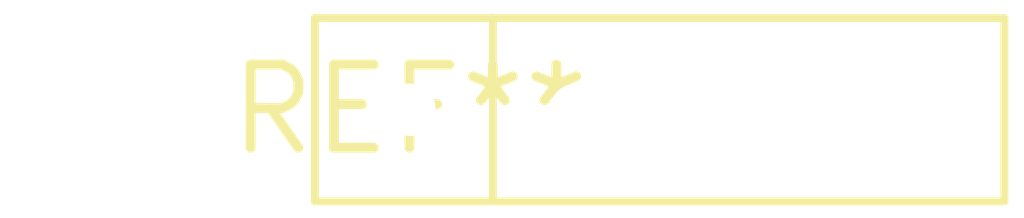
<source format=kicad_pcb>
(kicad_pcb (version 20240108) (generator pcbnew)
  (layers (0 "F.Cu" signal) (31 "B.Cu" signal) (34 "B.Paste" user) (35 "F.Paste" user) (36 "B.SilkS" user "B.Silkscreen") (37 "F.SilkS" user "F.Silkscreen") (38 "B.Mask" user) (39 "F.Mask" user) (44 "Edge.Cuts" user))
  (net 0 "")
  (footprint "R_Array_SIP4" (layer "F.Cu") (at 0 0)
    (property "Reference" "REF**")
    (property "Value" "R_Array_SIP4")
    (fp_line (start -1.44 -1.4) (end -1.44 1.4) (layer "F.SilkS") (stroke (width 0.12)))
    (fp_line (start -1.44 1.4) (end 9.06 1.4) (layer "F.SilkS") (stroke (width 0.12)))
    (fp_line (start 1.27 -1.4) (end 1.27 1.4) (layer "F.SilkS") (stroke (width 0.12)))
    (fp_line (start 9.06 -1.4) (end -1.44 -1.4) (layer "F.SilkS") (stroke (width 0.12)))
    (fp_line (start 9.06 1.4) (end 9.06 -1.4) (layer "F.SilkS") (stroke (width 0.12)))
    (pad "1" thru_hole rect (at 0 0) (size 1.6 1.6) (drill 0.8) (layers *.Cu *.Mask) (remove_unused_layers))
    (pad "2" thru_hole oval (at 2.54 0) (size 1.6 1.6) (drill 0.8) (layers *.Cu *.Mask) (remove_unused_layers))
    (pad "3" thru_hole oval (at 5.08 0) (size 1.6 1.6) (drill 0.8) (layers *.Cu *.Mask) (remove_unused_layers))
    (pad "4" thru_hole oval (at 7.62 0) (size 1.6 1.6) (drill 0.8) (layers *.Cu *.Mask) (remove_unused_layers))
  )
)
</source>
